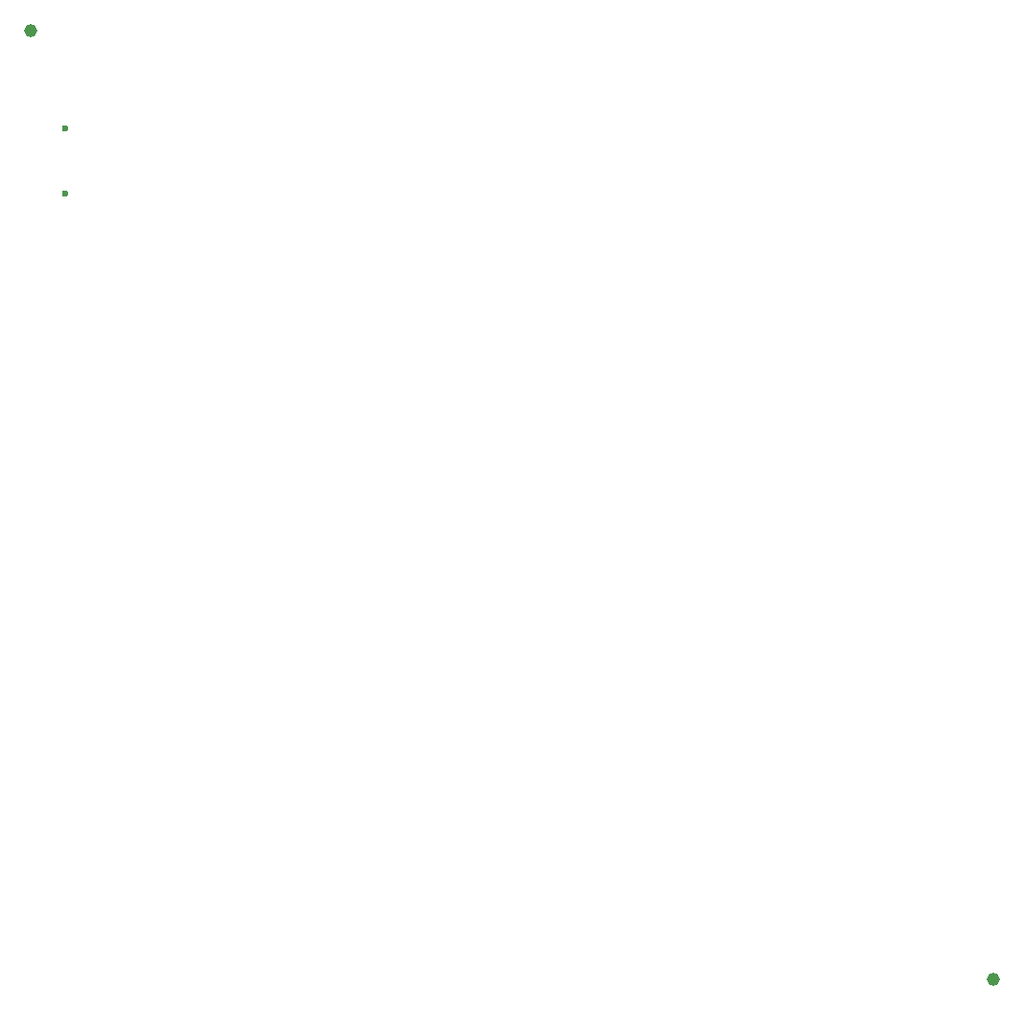
<source format=gbr>
%TF.GenerationSoftware,Altium Limited,Altium Designer,24.0.1 (36)*%
G04 Layer_Color=0*
%FSLAX45Y45*%
%MOMM*%
%TF.SameCoordinates,35AB2F61-03EE-4C9E-862A-60B4A91D9B88*%
%TF.FilePolarity,Positive*%
%TF.FileFunction,NonPlated,1,4,NPTH,Drill*%
%TF.Part,Single*%
G01*
G75*
%TA.AperFunction,OtherDrill,Pad Free-TH (87.775mm,9.35mm)*%
%ADD91C,1.15200*%
%TA.AperFunction,OtherDrill,Pad Free-TH (2.775mm,93.175mm)*%
%ADD92C,1.15200*%
%TA.AperFunction,ComponentDrill*%
%ADD93C,0.60000*%
D91*
X8777500Y935000D02*
D03*
D92*
X277500Y9317500D02*
D03*
D93*
X578000Y8456500D02*
D03*
Y7878500D02*
D03*
%TF.MD5,e0468ac4ac24be7233205847fc99fffe*%
M02*

</source>
